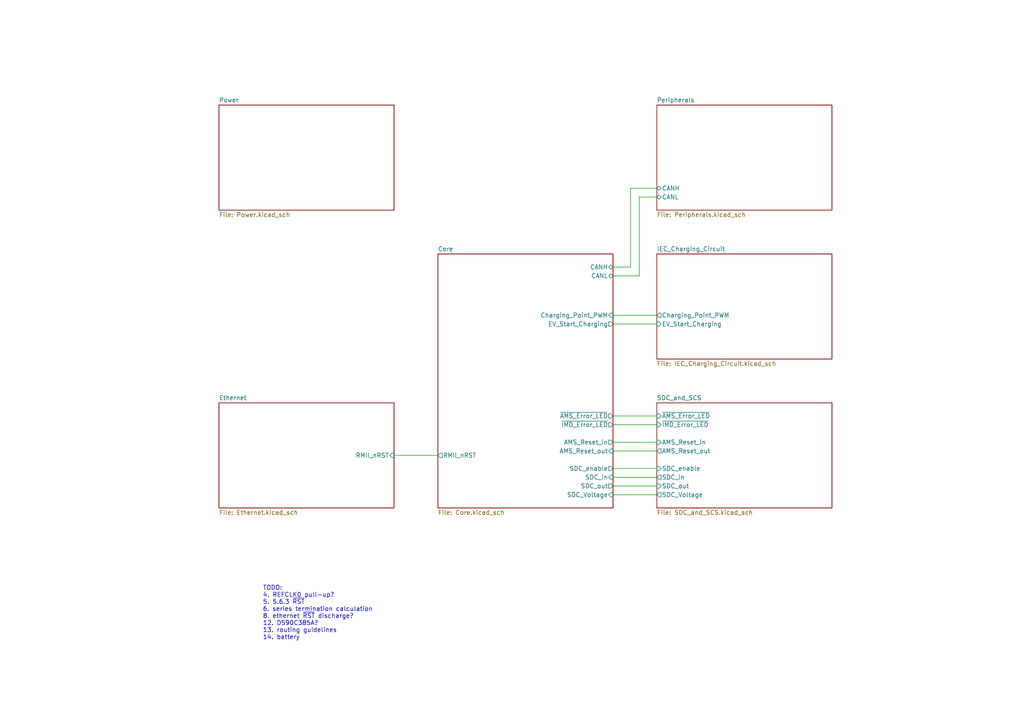
<source format=kicad_sch>
(kicad_sch
	(version 20250114)
	(generator "eeschema")
	(generator_version "9.0")
	(uuid "0dca9b66-f638-4727-874b-1b91b6921c17")
	(paper "A4")
	(lib_symbols)
	(text "TODO:\n4. REFCLK0 pull-up?\n5. 5.6.3 ~{RST}\n6. series termination calculation\n8. ethernet ~{RST} discharge?\n12. DS90C385A?\n13. routing guidelines\n14. battery"
		(exclude_from_sim no)
		(at 76.2 177.8 0)
		(effects
			(font
				(size 1.27 1.27)
			)
			(justify left)
		)
		(uuid "b77f9553-b64d-4a04-bcaa-eb156863248b")
	)
	(wire
		(pts
			(xy 177.8 93.98) (xy 190.5 93.98)
		)
		(stroke
			(width 0)
			(type default)
		)
		(uuid "17e6f2b8-d691-4b5e-8551-54bce877833e")
	)
	(wire
		(pts
			(xy 177.8 130.81) (xy 190.5 130.81)
		)
		(stroke
			(width 0)
			(type default)
		)
		(uuid "26d4ad7c-b89d-4f97-affc-bf4b88d71548")
	)
	(wire
		(pts
			(xy 182.88 54.61) (xy 190.5 54.61)
		)
		(stroke
			(width 0)
			(type default)
		)
		(uuid "2afaf6e6-2157-4183-93e5-6357c3ab0ce2")
	)
	(wire
		(pts
			(xy 190.5 57.15) (xy 185.42 57.15)
		)
		(stroke
			(width 0)
			(type default)
		)
		(uuid "3bfb4c24-2752-416c-8624-7565e129dea8")
	)
	(wire
		(pts
			(xy 114.3 132.08) (xy 127 132.08)
		)
		(stroke
			(width 0)
			(type default)
		)
		(uuid "4a922284-11d9-4299-b778-f8582b1e62c4")
	)
	(wire
		(pts
			(xy 177.8 91.44) (xy 190.5 91.44)
		)
		(stroke
			(width 0)
			(type default)
		)
		(uuid "5dd1b8d0-fb3c-4461-b61f-5abdfee04be4")
	)
	(wire
		(pts
			(xy 177.8 120.65) (xy 190.5 120.65)
		)
		(stroke
			(width 0)
			(type default)
		)
		(uuid "60f05adb-f60d-4875-8c08-177356e7200b")
	)
	(wire
		(pts
			(xy 177.8 77.47) (xy 182.88 77.47)
		)
		(stroke
			(width 0)
			(type default)
		)
		(uuid "7315155a-effe-46a2-a26c-29dea0224f4b")
	)
	(wire
		(pts
			(xy 177.8 138.43) (xy 190.5 138.43)
		)
		(stroke
			(width 0)
			(type default)
		)
		(uuid "7e3895eb-2358-4d1c-a72b-a571c054d981")
	)
	(wire
		(pts
			(xy 177.8 140.97) (xy 190.5 140.97)
		)
		(stroke
			(width 0)
			(type default)
		)
		(uuid "9fe83f71-9eab-4af6-8f62-4d9d37b78249")
	)
	(wire
		(pts
			(xy 182.88 77.47) (xy 182.88 54.61)
		)
		(stroke
			(width 0)
			(type default)
		)
		(uuid "aa2f43ad-7b2a-4e57-abd6-75993e299d19")
	)
	(wire
		(pts
			(xy 177.8 135.89) (xy 190.5 135.89)
		)
		(stroke
			(width 0)
			(type default)
		)
		(uuid "b216a0b9-561b-4a06-b6f6-a94249af4b25")
	)
	(wire
		(pts
			(xy 185.42 80.01) (xy 177.8 80.01)
		)
		(stroke
			(width 0)
			(type default)
		)
		(uuid "b75f1298-18fc-40f9-9756-b213d5f217ef")
	)
	(wire
		(pts
			(xy 185.42 57.15) (xy 185.42 80.01)
		)
		(stroke
			(width 0)
			(type default)
		)
		(uuid "c0ebe27d-fb7d-4269-966d-e4c93372f711")
	)
	(wire
		(pts
			(xy 177.8 143.51) (xy 190.5 143.51)
		)
		(stroke
			(width 0)
			(type default)
		)
		(uuid "dcc71353-6f59-48c1-abf6-9615e09c65b6")
	)
	(wire
		(pts
			(xy 177.8 123.19) (xy 190.5 123.19)
		)
		(stroke
			(width 0)
			(type default)
		)
		(uuid "f3a35937-8835-45c7-9edd-4c16204460b4")
	)
	(wire
		(pts
			(xy 177.8 128.27) (xy 190.5 128.27)
		)
		(stroke
			(width 0)
			(type default)
		)
		(uuid "fc87f22e-7de3-46a8-9429-a26dc52e1f56")
	)
	(sheet
		(at 127 73.66)
		(size 50.8 73.66)
		(exclude_from_sim no)
		(in_bom yes)
		(on_board yes)
		(dnp no)
		(fields_autoplaced yes)
		(stroke
			(width 0.1524)
			(type solid)
		)
		(fill
			(color 0 0 0 0.0000)
		)
		(uuid "486f4a0e-b8d5-42cd-a726-c7aa5b0383fd")
		(property "Sheetname" "Core"
			(at 127 72.9484 0)
			(effects
				(font
					(size 1.27 1.27)
				)
				(justify left bottom)
			)
		)
		(property "Sheetfile" "Core.kicad_sch"
			(at 127 147.9046 0)
			(effects
				(font
					(size 1.27 1.27)
				)
				(justify left top)
			)
		)
		(pin "~{AMS_Error_LED}" output
			(at 177.8 120.65 0)
			(uuid "0427c85c-84e6-48df-8d01-b094dc2312cc")
			(effects
				(font
					(size 1.27 1.27)
				)
				(justify right)
			)
		)
		(pin "~{IMD_Error_LED}" output
			(at 177.8 123.19 0)
			(uuid "71aea406-8d39-4bbc-a9e2-404317dfcf03")
			(effects
				(font
					(size 1.27 1.27)
				)
				(justify right)
			)
		)
		(pin "SDC_enable" output
			(at 177.8 135.89 0)
			(uuid "356e7d39-23fd-4cfb-b0ab-b26eeff80d0e")
			(effects
				(font
					(size 1.27 1.27)
				)
				(justify right)
			)
		)
		(pin "AMS_Reset_out" input
			(at 177.8 130.81 0)
			(uuid "f9ab0224-1e57-46a2-932c-8d13e647087b")
			(effects
				(font
					(size 1.27 1.27)
				)
				(justify right)
			)
		)
		(pin "SDC_Voltage" input
			(at 177.8 143.51 0)
			(uuid "09f8fc16-df20-4353-a0a3-3ff148136c7c")
			(effects
				(font
					(size 1.27 1.27)
				)
				(justify right)
			)
		)
		(pin "SDC_in" input
			(at 177.8 138.43 0)
			(uuid "39b1d835-1b17-4353-a561-530cfdbb07f3")
			(effects
				(font
					(size 1.27 1.27)
				)
				(justify right)
			)
		)
		(pin "SDC_out" output
			(at 177.8 140.97 0)
			(uuid "462dc091-717e-445c-9ccb-bcf244e3bcea")
			(effects
				(font
					(size 1.27 1.27)
				)
				(justify right)
			)
		)
		(pin "AMS_Reset_in" output
			(at 177.8 128.27 0)
			(uuid "9cb065ba-4d91-4a96-9a5a-6e77d7cfe390")
			(effects
				(font
					(size 1.27 1.27)
				)
				(justify right)
			)
		)
		(pin "EV_Start_Charging" output
			(at 177.8 93.98 0)
			(uuid "79bf9d22-0a93-4215-b737-9b2992bb6c6d")
			(effects
				(font
					(size 1.27 1.27)
				)
				(justify right)
			)
		)
		(pin "Charging_Point_PWM" input
			(at 177.8 91.44 0)
			(uuid "400055eb-9354-43a6-bbb6-e6f49a622ed5")
			(effects
				(font
					(size 1.27 1.27)
				)
				(justify right)
			)
		)
		(pin "RMII_nRST" output
			(at 127 132.08 180)
			(uuid "1480a898-f7a2-4ca2-8c94-98f60f479630")
			(effects
				(font
					(size 1.27 1.27)
				)
				(justify left)
			)
		)
		(pin "CANH" bidirectional
			(at 177.8 77.47 0)
			(uuid "f3e633bb-e28f-4034-84a0-b62623529f42")
			(effects
				(font
					(size 1.27 1.27)
				)
				(justify right)
			)
		)
		(pin "CANL" bidirectional
			(at 177.8 80.01 0)
			(uuid "d3a0b3a2-ac6a-4771-b832-3a48313b5d87")
			(effects
				(font
					(size 1.27 1.27)
				)
				(justify right)
			)
		)
		(instances
			(project "FT25-Charger"
				(path "/0dca9b66-f638-4727-874b-1b91b6921c17"
					(page "4")
				)
			)
		)
	)
	(sheet
		(at 63.5 116.84)
		(size 50.8 30.48)
		(exclude_from_sim no)
		(in_bom yes)
		(on_board yes)
		(dnp no)
		(fields_autoplaced yes)
		(stroke
			(width 0.1524)
			(type solid)
		)
		(fill
			(color 0 0 0 0.0000)
		)
		(uuid "5469580a-3180-4bfd-8660-e5a4628a92d9")
		(property "Sheetname" "Ethernet"
			(at 63.5 116.1284 0)
			(effects
				(font
					(size 1.27 1.27)
				)
				(justify left bottom)
			)
		)
		(property "Sheetfile" "Ethernet.kicad_sch"
			(at 63.5 147.9046 0)
			(effects
				(font
					(size 1.27 1.27)
				)
				(justify left top)
			)
		)
		(pin "RMII_nRST" input
			(at 114.3 132.08 0)
			(uuid "4e94e117-3806-4e59-8307-dc59f580749f")
			(effects
				(font
					(size 1.27 1.27)
				)
				(justify right)
			)
		)
		(instances
			(project "FT25-Charger"
				(path "/0dca9b66-f638-4727-874b-1b91b6921c17"
					(page "4")
				)
			)
		)
	)
	(sheet
		(at 190.5 116.84)
		(size 50.8 30.48)
		(exclude_from_sim no)
		(in_bom yes)
		(on_board yes)
		(dnp no)
		(fields_autoplaced yes)
		(stroke
			(width 0.1524)
			(type solid)
		)
		(fill
			(color 0 0 0 0.0000)
		)
		(uuid "75c94037-2217-4879-97cf-1bc2976ef0dc")
		(property "Sheetname" "SDC_and_SCS"
			(at 190.5 116.1284 0)
			(effects
				(font
					(size 1.27 1.27)
				)
				(justify left bottom)
			)
		)
		(property "Sheetfile" "SDC_and_SCS.kicad_sch"
			(at 190.5 147.9046 0)
			(effects
				(font
					(size 1.27 1.27)
				)
				(justify left top)
			)
		)
		(property "Field2" ""
			(at 190.5 116.84 0)
			(effects
				(font
					(size 1.27 1.27)
				)
				(hide yes)
			)
		)
		(pin "~{IMD_Error_LED}" input
			(at 190.5 123.19 180)
			(uuid "efb58820-83bc-424b-95f3-2fb058914d3e")
			(effects
				(font
					(size 1.27 1.27)
				)
				(justify left)
			)
		)
		(pin "~{AMS_Error_LED}" input
			(at 190.5 120.65 180)
			(uuid "a159e626-fcc3-4e1f-909e-a5917b863ccb")
			(effects
				(font
					(size 1.27 1.27)
				)
				(justify left)
			)
		)
		(pin "AMS_Reset_in" input
			(at 190.5 128.27 180)
			(uuid "1cf3b872-e697-433b-8dbd-7195a9e73264")
			(effects
				(font
					(size 1.27 1.27)
				)
				(justify left)
			)
		)
		(pin "AMS_Reset_out" output
			(at 190.5 130.81 180)
			(uuid "545ea471-bf17-44d3-99c8-fe48c00fd893")
			(effects
				(font
					(size 1.27 1.27)
				)
				(justify left)
			)
		)
		(pin "SDC_enable" input
			(at 190.5 135.89 180)
			(uuid "a8abaeea-a668-46bb-b5e7-f3cf1ce07f0b")
			(effects
				(font
					(size 1.27 1.27)
				)
				(justify left)
			)
		)
		(pin "SDC_in" output
			(at 190.5 138.43 180)
			(uuid "15c9950c-ec3e-4af1-bf46-01d63abf5762")
			(effects
				(font
					(size 1.27 1.27)
				)
				(justify left)
			)
		)
		(pin "SDC_Voltage" output
			(at 190.5 143.51 180)
			(uuid "5c6d18a7-241d-4ab1-b3d3-3581f6a2cef2")
			(effects
				(font
					(size 1.27 1.27)
				)
				(justify left)
			)
		)
		(pin "SDC_out" input
			(at 190.5 140.97 180)
			(uuid "420b0c15-b784-4095-8679-fb98ddcf85a2")
			(effects
				(font
					(size 1.27 1.27)
				)
				(justify left)
			)
		)
		(instances
			(project "FT25-Charger"
				(path "/0dca9b66-f638-4727-874b-1b91b6921c17"
					(page "7")
				)
			)
		)
	)
	(sheet
		(at 190.5 30.48)
		(size 50.8 30.48)
		(exclude_from_sim no)
		(in_bom yes)
		(on_board yes)
		(dnp no)
		(fields_autoplaced yes)
		(stroke
			(width 0.1524)
			(type solid)
		)
		(fill
			(color 0 0 0 0.0000)
		)
		(uuid "80927836-8e39-47ea-8430-ab9d018fcb5d")
		(property "Sheetname" "Peripherals"
			(at 190.5 29.7684 0)
			(effects
				(font
					(size 1.27 1.27)
				)
				(justify left bottom)
			)
		)
		(property "Sheetfile" "Peripherals.kicad_sch"
			(at 190.5 61.5446 0)
			(effects
				(font
					(size 1.27 1.27)
				)
				(justify left top)
			)
		)
		(property "Field2" ""
			(at 190.5 30.48 0)
			(effects
				(font
					(size 1.27 1.27)
				)
				(hide yes)
			)
		)
		(pin "CANL" bidirectional
			(at 190.5 57.15 180)
			(uuid "203d32c3-a7ab-4a52-a374-33a25226ca8e")
			(effects
				(font
					(size 1.27 1.27)
				)
				(justify left)
			)
		)
		(pin "CANH" bidirectional
			(at 190.5 54.61 180)
			(uuid "1c1e3099-7bcb-47b9-bee8-a5985bf486ae")
			(effects
				(font
					(size 1.27 1.27)
				)
				(justify left)
			)
		)
		(instances
			(project "FT25-Charger"
				(path "/0dca9b66-f638-4727-874b-1b91b6921c17"
					(page "10")
				)
			)
		)
	)
	(sheet
		(at 190.5 73.66)
		(size 50.8 30.48)
		(exclude_from_sim no)
		(in_bom yes)
		(on_board yes)
		(dnp no)
		(fields_autoplaced yes)
		(stroke
			(width 0.1524)
			(type solid)
		)
		(fill
			(color 0 0 0 0.0000)
		)
		(uuid "821f8254-7e97-454c-9aee-86b4ab099a85")
		(property "Sheetname" "IEC_Charging_Circuit"
			(at 190.5 72.9484 0)
			(effects
				(font
					(size 1.27 1.27)
				)
				(justify left bottom)
			)
		)
		(property "Sheetfile" "IEC_Charging_Circuit.kicad_sch"
			(at 190.5 104.7246 0)
			(effects
				(font
					(size 1.27 1.27)
				)
				(justify left top)
			)
		)
		(property "Field2" ""
			(at 190.5 73.66 0)
			(effects
				(font
					(size 1.27 1.27)
				)
				(hide yes)
			)
		)
		(pin "Charging_Point_PWM" output
			(at 190.5 91.44 180)
			(uuid "2af6d41f-5d0e-41ad-99d0-1e60204cd27a")
			(effects
				(font
					(size 1.27 1.27)
				)
				(justify left)
			)
		)
		(pin "EV_Start_Charging" input
			(at 190.5 93.98 180)
			(uuid "b48fa48c-d674-409b-9ecd-d2e98dbc2adb")
			(effects
				(font
					(size 1.27 1.27)
				)
				(justify left)
			)
		)
		(instances
			(project "FT25-Charger"
				(path "/0dca9b66-f638-4727-874b-1b91b6921c17"
					(page "6")
				)
			)
		)
	)
	(sheet
		(at 63.5 30.48)
		(size 50.8 30.48)
		(exclude_from_sim no)
		(in_bom yes)
		(on_board yes)
		(dnp no)
		(fields_autoplaced yes)
		(stroke
			(width 0.1524)
			(type solid)
		)
		(fill
			(color 0 0 0 0.0000)
		)
		(uuid "91c9895f-7dce-429f-866f-2980d966c967")
		(property "Sheetname" "Power"
			(at 63.5 29.7684 0)
			(effects
				(font
					(size 1.27 1.27)
				)
				(justify left bottom)
			)
		)
		(property "Sheetfile" "Power.kicad_sch"
			(at 63.5 61.5446 0)
			(effects
				(font
					(size 1.27 1.27)
				)
				(justify left top)
			)
		)
		(instances
			(project "FT25-Charger"
				(path "/0dca9b66-f638-4727-874b-1b91b6921c17"
					(page "3")
				)
			)
		)
	)
	(sheet_instances
		(path "/"
			(page "1")
		)
	)
	(embedded_fonts no)
)

</source>
